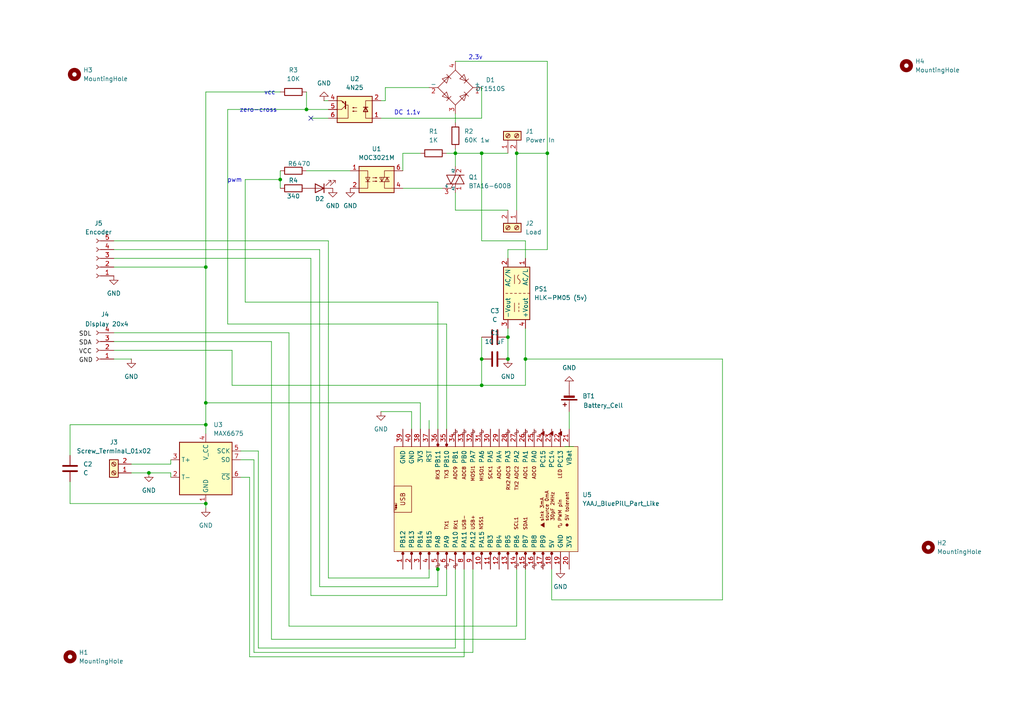
<source format=kicad_sch>
(kicad_sch (version 20231120) (generator "eeschema") (generator_version "8.0")
  (paper "A4")
  (lib_symbols
    (symbol "Connector:Conn_01x04_Socket" (pin_names (offset 1.016) hide)
      (property "Reference" "J" (at 0 5.08 0))
      (property "Value" "Conn_01x04_Socket" (at 0 -7.62 0))
      (symbol "Conn_01x04_Socket_1_1"
        (arc (start 0 -4.572) (mid -0.5058 -5.08) (end 0 -5.588) (stroke (width 0.1524)))
        (arc (start 0 -2.032) (mid -0.5058 -2.54) (end 0 -3.048) (stroke (width 0.1524)))
        (polyline (pts (xy -1.27 -5.08) (xy -0.508 -5.08)) (stroke (width 0.1524)))
        (polyline (pts (xy -1.27 -2.54) (xy -0.508 -2.54)) (stroke (width 0.1524)))
        (polyline (pts (xy -1.27 0) (xy -0.508 0)) (stroke (width 0.1524)))
        (polyline (pts (xy -1.27 2.54) (xy -0.508 2.54)) (stroke (width 0.1524)))
        (arc (start 0 0.508) (mid -0.5058 0) (end 0 -0.508) (stroke (width 0.1524)))
        (arc (start 0 3.048) (mid -0.5058 2.54) (end 0 2.032) (stroke (width 0.1524)))
        (pin passive line (at -5.08 2.54 0) (length 3.81) (name "Pin_1") (number "1"))
        (pin passive line (at -5.08 0 0) (length 3.81) (name "Pin_2") (number "2"))
        (pin passive line (at -5.08 -2.54 0) (length 3.81) (name "Pin_3") (number "3"))
        (pin passive line (at -5.08 -5.08 0) (length 3.81) (name "Pin_4") (number "4"))
      )
    )
    (symbol "Connector:Conn_01x05_Socket" (pin_names (offset 1.016) hide)
      (property "Reference" "J" (at 0 7.62 0))
      (property "Value" "Conn_01x05_Socket" (at 0 -7.62 0))
      (symbol "Conn_01x05_Socket_1_1"
        (arc (start 0 -4.572) (mid -0.5058 -5.08) (end 0 -5.588) (stroke (width 0.1524)))
        (arc (start 0 -2.032) (mid -0.5058 -2.54) (end 0 -3.048) (stroke (width 0.1524)))
        (polyline (pts (xy -1.27 -5.08) (xy -0.508 -5.08)) (stroke (width 0.1524)))
        (polyline (pts (xy -1.27 -2.54) (xy -0.508 -2.54)) (stroke (width 0.1524)))
        (polyline (pts (xy -1.27 0) (xy -0.508 0)) (stroke (width 0.1524)))
        (polyline (pts (xy -1.27 2.54) (xy -0.508 2.54)) (stroke (width 0.1524)))
        (polyline (pts (xy -1.27 5.08) (xy -0.508 5.08)) (stroke (width 0.1524)))
        (arc (start 0 0.508) (mid -0.5058 0) (end 0 -0.508) (stroke (width 0.1524)))
        (arc (start 0 3.048) (mid -0.5058 2.54) (end 0 2.032) (stroke (width 0.1524)))
        (arc (start 0 5.588) (mid -0.5058 5.08) (end 0 4.572) (stroke (width 0.1524)))
        (pin passive line (at -5.08 5.08 0) (length 3.81) (name "Pin_1") (number "1"))
        (pin passive line (at -5.08 2.54 0) (length 3.81) (name "Pin_2") (number "2"))
        (pin passive line (at -5.08 0 0) (length 3.81) (name "Pin_3") (number "3"))
        (pin passive line (at -5.08 -2.54 0) (length 3.81) (name "Pin_4") (number "4"))
        (pin passive line (at -5.08 -5.08 0) (length 3.81) (name "Pin_5") (number "5"))
      )
    )
    (symbol "Connector:Screw_Terminal_01x02" (pin_names (offset 1.016) hide)
      (property "Reference" "J" (at 0 2.54 0))
      (property "Value" "Screw_Terminal_01x02" (at 0 -5.08 0))
      (symbol "Screw_Terminal_01x02_1_1"
        (rectangle (start -1.27 1.27) (end 1.27 -3.81) (stroke (width 0.254)) (fill (type background)))
        (circle (center 0 -2.54) (radius 0.635) (stroke (width 0.1524)))
        (polyline (pts (xy -0.5334 -2.2098) (xy 0.3302 -3.048)) (stroke (width 0.1524)))
        (polyline (pts (xy -0.5334 0.3302) (xy 0.3302 -0.508)) (stroke (width 0.1524)))
        (polyline (pts (xy -0.3556 -2.032) (xy 0.508 -2.8702)) (stroke (width 0.1524)))
        (polyline (pts (xy -0.3556 0.508) (xy 0.508 -0.3302)) (stroke (width 0.1524)))
        (circle (center 0 0) (radius 0.635) (stroke (width 0.1524)))
        (pin passive line (at -5.08 0 0) (length 3.81) (name "Pin_1") (number "1"))
        (pin passive line (at -5.08 -2.54 0) (length 3.81) (name "Pin_2") (number "2"))
      )
    )
    (symbol "Converter_ACDC:HLK-PM03"
      (property "Reference" "PS" (at 0 5.08 0))
      (property "Value" "HLK-PM03" (at 0 -5.08 0))
      (symbol "HLK-PM03_0_1"
        (rectangle (start -7.62 3.81) (end 7.62 -3.81) (stroke (width 0.254)) (fill (type background)))
        (arc (start -5.334 0.635) (mid -4.699 0.2495) (end -4.064 0.635))
        (arc (start -2.794 0.635) (mid -3.429 1.0072) (end -4.064 0.635))
        (polyline (pts (xy -5.334 -0.635) (xy -2.794 -0.635)))
        (polyline (pts (xy 0 -2.54) (xy 0 -3.175)))
        (polyline (pts (xy 0 -1.27) (xy 0 -1.905)))
        (polyline (pts (xy 0 0) (xy 0 -0.635)))
        (polyline (pts (xy 0 1.27) (xy 0 0.635)))
        (polyline (pts (xy 0 2.54) (xy 0 1.905)))
        (polyline (pts (xy 0 3.81) (xy 0 3.175)))
        (polyline (pts (xy 2.794 -0.635) (xy 5.334 -0.635)))
        (polyline (pts (xy 2.794 0.635) (xy 3.302 0.635)))
        (polyline (pts (xy 3.81 0.635) (xy 4.318 0.635)))
        (polyline (pts (xy 4.826 0.635) (xy 5.334 0.635)))
      )
      (symbol "HLK-PM03_1_1"
        (pin power_in line (at -10.16 2.54 0) (length 2.54) (name "AC/L") (number "1"))
        (pin power_in line (at -10.16 -2.54 0) (length 2.54) (name "AC/N") (number "2"))
        (pin power_out line (at 10.16 -2.54 180) (length 2.54) (name "-Vout") (number "3"))
        (pin power_out line (at 10.16 2.54 180) (length 2.54) (name "+Vout") (number "4"))
      )
    )
    (symbol "Device:Battery_Cell" (pin_numbers hide) (pin_names (offset 0) hide)
      (property "Reference" "BT" (at 2.54 2.54 0))
      (property "Value" "Battery_Cell" (at 2.54 0 0))
      (symbol "Battery_Cell_0_1"
        (rectangle (start -2.286 1.778) (end 2.286 1.524) (fill (type outline)))
        (rectangle (start -1.524 1.016) (end 1.524 0.508) (fill (type outline)))
        (polyline (pts (xy 0 0.762) (xy 0 0)))
        (polyline (pts (xy 0 1.778) (xy 0 2.54)))
        (polyline (pts (xy 0.762 3.048) (xy 1.778 3.048)) (stroke (width 0.254)))
        (polyline (pts (xy 1.27 3.556) (xy 1.27 2.54)) (stroke (width 0.254)))
      )
      (symbol "Battery_Cell_1_1"
        (pin passive line (at 0 5.08 270) (length 2.54) (name "+") (number "1"))
        (pin passive line (at 0 -2.54 90) (length 2.54) (name "-") (number "2"))
      )
    )
    (symbol "Device:C" (pin_numbers hide) (pin_names (offset 0.254))
      (property "Reference" "C" (at 0.635 2.54 0))
      (property "Value" "C" (at 0.635 -2.54 0))
      (symbol "C_0_1"
        (polyline (pts (xy -2.032 -0.762) (xy 2.032 -0.762)) (stroke (width 0.508)))
        (polyline (pts (xy -2.032 0.762) (xy 2.032 0.762)) (stroke (width 0.508)))
      )
      (symbol "C_1_1"
        (pin passive line (at 0 3.81 270) (length 2.794) (name "~") (number "1"))
        (pin passive line (at 0 -3.81 90) (length 2.794) (name "~") (number "2"))
      )
    )
    (symbol "Device:LED" (pin_numbers hide) (pin_names (offset 1.016) hide)
      (property "Reference" "D" (at 0 2.54 0))
      (property "Value" "LED" (at 0 -2.54 0))
      (symbol "LED_0_1"
        (polyline (pts (xy -1.27 -1.27) (xy -1.27 1.27)) (stroke (width 0.254)))
        (polyline (pts (xy -1.27 0) (xy 1.27 0)))
        (polyline (pts (xy 1.27 -1.27) (xy 1.27 1.27) (xy -1.27 0) (xy 1.27 -1.27)) (stroke (width 0.254)))
        (polyline (pts (xy -3.048 -0.762) (xy -4.572 -2.286) (xy -3.81 -2.286) (xy -4.572 -2.286) (xy -4.572 -1.524)))
        (polyline (pts (xy -1.778 -0.762) (xy -3.302 -2.286) (xy -2.54 -2.286) (xy -3.302 -2.286) (xy -3.302 -1.524)))
      )
      (symbol "LED_1_1"
        (pin passive line (at -3.81 0 0) (length 2.54) (name "K") (number "1"))
        (pin passive line (at 3.81 0 180) (length 2.54) (name "A") (number "2"))
      )
    )
    (symbol "Device:R" (pin_numbers hide) (pin_names (offset 0))
      (property "Reference" "R" (at 2.032 0 90))
      (property "Value" "R" (at 0 0 90))
      (symbol "R_0_1"
        (rectangle (start -1.016 -2.54) (end 1.016 2.54) (stroke (width 0.254)))
      )
      (symbol "R_1_1"
        (pin passive line (at 0 3.81 270) (length 1.27) (name "~") (number "1"))
        (pin passive line (at 0 -3.81 90) (length 1.27) (name "~") (number "2"))
      )
    )
    (symbol "Diode_Bridge:DF01S1" (pin_names (offset 0))
      (property "Reference" "D" (at 2.54 6.985 0))
      (property "Value" "DF01S1" (at 2.54 5.08 0))
      (symbol "DF01S1_0_1"
        (polyline (pts (xy -2.54 3.81) (xy -1.27 2.54)))
        (polyline (pts (xy -1.27 -2.54) (xy -2.54 -3.81)))
        (polyline (pts (xy 2.54 -1.27) (xy 3.81 -2.54)))
        (polyline (pts (xy 2.54 1.27) (xy 3.81 2.54)))
        (polyline (pts (xy -3.81 2.54) (xy -2.54 1.27) (xy -1.905 3.175) (xy -3.81 2.54)))
        (polyline (pts (xy -2.54 -1.27) (xy -3.81 -2.54) (xy -1.905 -3.175) (xy -2.54 -1.27)))
        (polyline (pts (xy 1.27 2.54) (xy 2.54 3.81) (xy 3.175 1.905) (xy 1.27 2.54)))
        (polyline (pts (xy 3.175 -1.905) (xy 1.27 -2.54) (xy 2.54 -3.81) (xy 3.175 -1.905)))
        (polyline (pts (xy -5.08 0) (xy 0 -5.08) (xy 5.08 0) (xy 0 5.08) (xy -5.08 0)))
      )
      (symbol "DF01S1_1_1"
        (pin passive line (at 7.62 0 180) (length 2.54) (name "+") (number "1"))
        (pin passive line (at -7.62 0 0) (length 2.54) (name "-") (number "2"))
        (pin passive line (at 0 -7.62 90) (length 2.54) (name "~") (number "3"))
        (pin passive line (at 0 7.62 270) (length 2.54) (name "~") (number "4"))
      )
    )
    (symbol "GND_1" (power) (pin_numbers hide) (pin_names (offset 0) hide)
      (property "Value" "GND" (at 0 -3.81 0))
      (symbol "GND_1_0_1"
        (polyline (pts (xy 0 0) (xy 0 -1.27) (xy 1.27 -1.27) (xy 0 -2.54) (xy -1.27 -1.27) (xy 0 -1.27)))
      )
      (symbol "GND_1_1_1"
        (pin power_in line (at 0 0 270) (length 0) (name "~") (number "1"))
      )
    )
    (symbol "GND_2" (power) (pin_numbers hide) (pin_names (offset 0) hide)
      (property "Value" "GND" (at 0 -3.81 0))
      (symbol "GND_2_0_1"
        (polyline (pts (xy 0 0) (xy 0 -1.27) (xy 1.27 -1.27) (xy 0 -2.54) (xy -1.27 -1.27) (xy 0 -1.27)))
      )
      (symbol "GND_2_1_1"
        (pin power_in line (at 0 0 270) (length 0) (name "~") (number "1"))
      )
    )
    (symbol "GND_3" (power) (pin_numbers hide) (pin_names (offset 0) hide)
      (property "Value" "GND" (at 0 -3.81 0))
      (symbol "GND_3_0_1"
        (polyline (pts (xy 0 0) (xy 0 -1.27) (xy 1.27 -1.27) (xy 0 -2.54) (xy -1.27 -1.27) (xy 0 -1.27)))
      )
      (symbol "GND_3_1_1"
        (pin power_in line (at 0 0 270) (length 0) (name "~") (number "1"))
      )
    )
    (symbol "GND_4" (power) (pin_numbers hide) (pin_names (offset 0) hide)
      (property "Value" "GND" (at 0 -3.81 0))
      (symbol "GND_4_0_1"
        (polyline (pts (xy 0 0) (xy 0 -1.27) (xy 1.27 -1.27) (xy 0 -2.54) (xy -1.27 -1.27) (xy 0 -1.27)))
      )
      (symbol "GND_4_1_1"
        (pin power_in line (at 0 0 270) (length 0) (name "~") (number "1"))
      )
    )
    (symbol "GND_5" (power) (pin_numbers hide) (pin_names (offset 0) hide)
      (property "Value" "GND" (at 0 -3.81 0))
      (symbol "GND_5_0_1"
        (polyline (pts (xy 0 0) (xy 0 -1.27) (xy 1.27 -1.27) (xy 0 -2.54) (xy -1.27 -1.27) (xy 0 -1.27)))
      )
      (symbol "GND_5_1_1"
        (pin power_in line (at 0 0 270) (length 0) (name "~") (number "1"))
      )
    )
    (symbol "GND_6" (power) (pin_numbers hide) (pin_names (offset 0) hide)
      (property "Value" "GND" (at 0 -3.81 0))
      (symbol "GND_6_0_1"
        (polyline (pts (xy 0 0) (xy 0 -1.27) (xy 1.27 -1.27) (xy 0 -2.54) (xy -1.27 -1.27) (xy 0 -1.27)))
      )
      (symbol "GND_6_1_1"
        (pin power_in line (at 0 0 270) (length 0) (name "~") (number "1"))
      )
    )
    (symbol "GND_7" (power) (pin_numbers hide) (pin_names (offset 0) hide)
      (property "Value" "GND" (at 0 -3.81 0))
      (symbol "GND_7_0_1"
        (polyline (pts (xy 0 0) (xy 0 -1.27) (xy 1.27 -1.27) (xy 0 -2.54) (xy -1.27 -1.27) (xy 0 -1.27)))
      )
      (symbol "GND_7_1_1"
        (pin power_in line (at 0 0 270) (length 0) (name "~") (number "1"))
      )
    )
    (symbol "GND_8" (power) (pin_numbers hide) (pin_names (offset 0) hide)
      (property "Value" "GND" (at 0 -3.81 0))
      (symbol "GND_8_0_1"
        (polyline (pts (xy 0 0) (xy 0 -1.27) (xy 1.27 -1.27) (xy 0 -2.54) (xy -1.27 -1.27) (xy 0 -1.27)))
      )
      (symbol "GND_8_1_1"
        (pin power_in line (at 0 0 270) (length 0) (name "~") (number "1"))
      )
    )
    (symbol "Isolator:4N25" (pin_names (offset 1.016))
      (property "Reference" "U" (at -5.08 5.08 0))
      (property "Value" "4N25" (at 0 5.08 0))
      (symbol "4N25_0_1"
        (rectangle (start -5.08 3.81) (end 5.08 -3.81) (stroke (width 0.254)) (fill (type background)))
        (polyline (pts (xy -3.81 -0.635) (xy -2.54 -0.635)) (stroke (width 0.254)))
        (polyline (pts (xy 2.667 -1.397) (xy 3.81 -2.54)))
        (polyline (pts (xy 2.667 -1.143) (xy 3.81 0)))
        (polyline (pts (xy 3.81 -2.54) (xy 5.08 -2.54)))
        (polyline (pts (xy 3.81 0) (xy 5.08 0)))
        (polyline (pts (xy 2.667 -0.254) (xy 2.667 -2.286) (xy 2.667 -2.286)) (stroke (width 0.3556)))
        (polyline (pts (xy -5.08 -2.54) (xy -3.175 -2.54) (xy -3.175 2.54) (xy -5.08 2.54)))
        (polyline (pts (xy -3.175 -0.635) (xy -3.81 0.635) (xy -2.54 0.635) (xy -3.175 -0.635)) (stroke (width 0.254)))
        (polyline (pts (xy 3.683 -2.413) (xy 3.429 -1.905) (xy 3.175 -2.159) (xy 3.683 -2.413)))
        (polyline (pts (xy 5.08 2.54) (xy 1.905 2.54) (xy 1.905 -1.27) (xy 2.54 -1.27)))
        (polyline (pts (xy -0.635 -0.508) (xy 0.635 -0.508) (xy 0.254 -0.635) (xy 0.254 -0.381) (xy 0.635 -0.508)))
        (polyline (pts (xy -0.635 0.508) (xy 0.635 0.508) (xy 0.254 0.381) (xy 0.254 0.635) (xy 0.635 0.508)))
      )
      (symbol "4N25_1_1"
        (pin passive line (at -7.62 2.54 0) (length 2.54) (name "~") (number "1"))
        (pin passive line (at -7.62 -2.54 0) (length 2.54) (name "~") (number "2"))
        (pin no_connect line (at -5.08 0 0) (length 2.54) hide (name "NC") (number "3"))
        (pin passive line (at 7.62 -2.54 180) (length 2.54) (name "~") (number "4"))
        (pin passive line (at 7.62 0 180) (length 2.54) (name "~") (number "5"))
        (pin passive line (at 7.62 2.54 180) (length 2.54) (name "~") (number "6"))
      )
    )
    (symbol "Mechanical:MountingHole" (pin_names (offset 1.016)) (exclude_from_sim yes) (in_bom no)
      (property "Reference" "H" (at 0 5.08 0))
      (property "Value" "MountingHole" (at 0 3.175 0))
      (symbol "MountingHole_0_1"
        (circle (center 0 0) (radius 1.27) (stroke (width 1.27)))
      )
    )
    (symbol "Relay_SolidState:MOC3021M"
      (property "Reference" "U" (at -5.334 4.826 0))
      (property "Value" "MOC3021M" (at 0 5.08 0))
      (symbol "MOC3021M_0_1"
        (rectangle (start -5.08 3.81) (end 5.08 -3.81) (stroke (width 0.254)) (fill (type background)))
        (polyline (pts (xy -3.175 -0.635) (xy -1.905 -0.635)))
        (polyline (pts (xy 1.524 -0.635) (xy 1.524 0.635)))
        (polyline (pts (xy 3.048 0.635) (xy 3.048 -0.635)))
        (polyline (pts (xy 2.286 -0.635) (xy 2.286 -2.54) (xy 5.08 -2.54)))
        (polyline (pts (xy 2.286 0.635) (xy 2.286 2.54) (xy 5.08 2.54)))
        (polyline (pts (xy -5.08 2.54) (xy -2.54 2.54) (xy -2.54 -2.54) (xy -5.08 -2.54)))
        (polyline (pts (xy -2.54 -0.635) (xy -3.175 0.635) (xy -1.905 0.635) (xy -2.54 -0.635)))
        (polyline (pts (xy 0.889 -0.635) (xy 3.683 -0.635) (xy 3.048 0.635) (xy 2.413 -0.635)))
        (polyline (pts (xy 3.683 0.635) (xy 0.889 0.635) (xy 1.524 -0.635) (xy 2.159 0.635)))
        (polyline (pts (xy -1.143 -0.508) (xy 0.127 -0.508) (xy -0.254 -0.635) (xy -0.254 -0.381) (xy 0.127 -0.508)))
        (polyline (pts (xy -1.143 0.508) (xy 0.127 0.508) (xy -0.254 0.381) (xy -0.254 0.635) (xy 0.127 0.508)))
      )
      (symbol "MOC3021M_1_1"
        (pin passive line (at -7.62 2.54 0) (length 2.54) (name "~") (number "1"))
        (pin passive line (at -7.62 -2.54 0) (length 2.54) (name "~") (number "2"))
        (pin no_connect line (at -5.08 0 0) (length 2.54) hide (name "NC") (number "3"))
        (pin passive line (at 7.62 -2.54 180) (length 2.54) (name "~") (number "4"))
        (pin no_connect line (at 5.08 0 180) (length 2.54) hide (name "NC") (number "5"))
        (pin passive line (at 7.62 2.54 180) (length 2.54) (name "~") (number "6"))
      )
    )
    (symbol "STM32_Pills:YAAJ_BluePill_Part_Like" (pin_names (offset 1.016))
      (property "Reference" "U" (at -12.7 25.4 0))
      (property "Value" "YAAJ_BluePill_Part_Like" (at 0 2.54 90))
      (symbol "YAAJ_BluePill_Part_Like_0_0"
        (circle (center -15.748 -20.32) (radius 0.3556) (fill (type outline)))
        (circle (center -15.748 -17.78) (radius 0.3556) (fill (type outline)))
        (circle (center -15.748 -15.24) (radius 0.3556) (fill (type outline)))
        (circle (center -15.748 -12.7) (radius 0.3556) (fill (type outline)))
        (circle (center -15.748 -10.16) (radius 0.3556) (fill (type outline)))
        (circle (center -15.748 -7.62) (radius 0.3556) (fill (type outline)))
        (circle (center -15.748 -5.08) (radius 0.3556) (fill (type outline)))
        (circle (center -15.748 -2.54) (radius 0.3556) (fill (type outline)))
        (circle (center -15.748 0) (radius 0.3556) (fill (type outline)))
        (circle (center -15.748 2.54) (radius 0.3556) (fill (type outline)))
        (circle (center -15.748 5.08) (radius 0.3556) (fill (type outline)))
        (circle (center -15.748 7.62) (radius 0.3556) (fill (type outline)))
        (circle (center -15.748 10.16) (radius 0.3556) (fill (type outline)))
        (circle (center -15.748 12.7) (radius 0.3556) (fill (type outline)))
        (circle (center -15.748 15.24) (radius 0.3556) (fill (type outline)))
        (circle (center -15.748 17.78) (radius 0.3556) (fill (type outline)))
        (circle (center -15.748 22.86) (radius 0.3556) (fill (type outline)))
        (circle (center -7.493 -24.765) (radius 0.127) (fill (type outline)))
        (circle (center -7.493 -24.765) (radius 0.254))
        (circle (center -7.493 -24.765) (radius 0.3556))
        (polyline (pts (xy -8.128 -18.161) (xy -7.493 -17.145) (xy -6.858 -18.161) (xy -8.128 -18.161) (xy -7.493 -17.272) (xy -6.985 -18.161) (xy -8.001 -18.034) (xy -7.493 -17.399) (xy -7.112 -18.161) (xy -7.874 -17.907) (xy -7.366 -17.526) (xy -7.239 -18.161) (xy -7.747 -17.78) (xy -7.239 -17.653) (xy -7.366 -18.034) (xy -7.62 -17.78) (xy -7.366 -17.907) (xy -7.493 -17.653)))
        (polyline (pts (xy 18.415 -23.241) (xy 19.05 -22.225) (xy 19.685 -23.241) (xy 18.415 -23.241) (xy 19.05 -22.352) (xy 19.558 -23.241) (xy 18.542 -23.114) (xy 19.05 -22.479) (xy 19.431 -23.241) (xy 18.669 -22.987) (xy 19.177 -22.606) (xy 19.304 -23.241) (xy 18.796 -22.86) (xy 19.304 -22.733) (xy 19.177 -23.114) (xy 18.923 -22.86) (xy 19.177 -22.987) (xy 19.05 -22.733)))
        (polyline (pts (xy 18.415 -20.701) (xy 19.05 -19.685) (xy 19.685 -20.701) (xy 18.415 -20.701) (xy 19.05 -19.812) (xy 19.558 -20.701) (xy 18.542 -20.574) (xy 19.05 -19.939) (xy 19.431 -20.701) (xy 18.669 -20.447) (xy 19.177 -20.066) (xy 19.304 -20.701) (xy 18.796 -20.32) (xy 19.304 -20.193) (xy 19.177 -20.574) (xy 18.923 -20.32) (xy 19.177 -20.447) (xy 19.05 -20.193)))
        (polyline (pts (xy 18.415 -18.161) (xy 19.05 -17.145) (xy 19.685 -18.161) (xy 18.415 -18.161) (xy 19.05 -17.272) (xy 19.558 -18.161) (xy 18.542 -18.034) (xy 19.05 -17.399) (xy 19.431 -18.161) (xy 18.669 -17.907) (xy 19.177 -17.526) (xy 19.304 -18.161) (xy 18.796 -17.78) (xy 19.304 -17.653) (xy 19.177 -18.034) (xy 18.923 -17.78) (xy 19.177 -17.907) (xy 19.05 -17.653)))
        (circle (center 15.748 10.16) (radius 0.254) (fill (type outline)))
        (circle (center 15.748 10.16) (radius 0.3556))
        (circle (center 15.748 12.7) (radius 0.254) (fill (type outline)))
        (circle (center 15.748 12.7) (radius 0.3556))
        (text "30pF 2MHz" (at -2.032 -20.574 0) (effects (font (size 0.9906 0.9906))))
        (text "5V tolerant" (at -2.032 -24.765 0) (effects (font (size 0.9906 0.9906))))
        (text "ADC0" (at 7.747 -15.24 0) (effects (font (size 0.9906 0.9906))))
        (text "ADC1" (at 7.747 -12.7 0) (effects (font (size 0.9906 0.9906))))
        (text "ADC2" (at 7.747 -10.16 0) (effects (font (size 0.9906 0.9906))))
        (text "ADC3" (at 7.747 -7.747 0) (effects (font (size 0.9906 0.9906))))
        (text "ADC4" (at 7.747 -5.08 0) (effects (font (size 0.9906 0.9906))))
        (text "ADC8" (at 7.62 5.08 0) (effects (font (size 0.9906 0.9906))))
        (text "ADC9" (at 7.62 7.62 0) (effects (font (size 0.9906 0.9906))))
        (text "LED" (at 7.366 -22.733 0) (effects (font (size 0.9906 0.9906))))
        (text "MISO1" (at 7.493 0 0) (effects (font (size 0.9906 0.9906))))
        (text "MOSI1" (at 7.493 2.54 0) (effects (font (size 0.9906 0.9906))))
        (text "NSS1" (at -6.858 0.127 0) (effects (font (size 0.9906 0.9906))))
        (text "PWM pin" (at -3.175 -22.733 0) (effects (font (size 0.9906 0.9906))))
        (text "RX1" (at -7.366 7.493 0) (effects (font (size 0.9906 0.9906))))
        (text "RX2" (at 4.064 -7.747 0) (effects (font (size 0.9906 0.9906))))
        (text "RX3" (at 7.112 12.7 0) (effects (font (size 0.9906 0.9906))))
        (text "SCK1" (at 7.747 -2.54 0) (effects (font (size 0.9906 0.9906))))
        (text "SCL1" (at -6.985 -10.033 0) (effects (font (size 0.9906 0.9906))))
        (text "SDA1" (at -6.985 -12.7 0) (effects (font (size 0.9906 0.9906))))
        (text "sink 3mA" (at -2.921 -17.526 0) (effects (font (size 0.9906 0.9906))))
        (text "source 0mA" (at -1.905 -18.923 0) (effects (font (size 0.9906 0.9906))))
        (text "TX1" (at -7.493 10.16 0) (effects (font (size 0.9906 0.9906))))
        (text "TX2" (at 3.937 -10.16 0) (effects (font (size 0.9906 0.9906))))
        (text "TX3" (at 7.239 10.16 0) (effects (font (size 0.9906 0.9906))))
        (text "USB" (at 0 22.86 0) (effects (font (size 1.27 1.27))))
        (text "USB+" (at -6.731 2.54 0) (effects (font (size 0.9906 0.9906))))
        (text "USB-" (at -6.731 5.08 0) (effects (font (size 0.9906 0.9906))))
        (text "Y@@J" (at -2.159 24.892 0) (effects (font (size 0.508 0.508))))
      )
      (symbol "YAAJ_BluePill_Part_Like_0_1"
        (rectangle (start -15.24 25.4) (end 15.24 -27.94) (fill (type background)))
        (polyline (pts (xy -18.796 -17.78) (xy -18.796 -18.288) (xy -19.304 -18.288) (xy -19.304 -17.272) (xy -19.812 -17.272) (xy -19.812 -17.78)))
        (polyline (pts (xy -18.796 -15.24) (xy -18.796 -15.748) (xy -19.304 -15.748) (xy -19.304 -14.732) (xy -19.812 -14.732) (xy -19.812 -15.24)))
        (polyline (pts (xy -18.796 -12.7) (xy -18.796 -13.208) (xy -19.304 -13.208) (xy -19.304 -12.192) (xy -19.812 -12.192) (xy -19.812 -12.7)))
        (polyline (pts (xy -18.796 -10.16) (xy -18.796 -10.668) (xy -19.304 -10.668) (xy -19.304 -9.652) (xy -19.812 -9.652) (xy -19.812 -10.16)))
        (polyline (pts (xy -18.796 7.62) (xy -18.796 7.112) (xy -19.304 7.112) (xy -19.304 8.128) (xy -19.812 8.128) (xy -19.812 7.62)))
        (polyline (pts (xy -18.796 10.16) (xy -18.796 9.652) (xy -19.304 9.652) (xy -19.304 10.668) (xy -19.812 10.668) (xy -19.812 10.16)))
        (polyline (pts (xy -18.796 12.7) (xy -18.796 12.192) (xy -19.304 12.192) (xy -19.304 13.208) (xy -19.812 13.208) (xy -19.812 12.7)))
        (polyline (pts (xy -7.112 -22.733) (xy -7.112 -23.241) (xy -7.62 -23.241) (xy -7.62 -22.225) (xy -8.128 -22.225) (xy -8.128 -22.733)))
        (polyline (pts (xy 19.812 -15.24) (xy 19.812 -15.748) (xy 19.304 -15.748) (xy 19.304 -14.732) (xy 18.796 -14.732) (xy 18.796 -15.24)))
        (polyline (pts (xy 19.812 -12.7) (xy 19.812 -13.208) (xy 19.304 -13.208) (xy 19.304 -12.192) (xy 18.796 -12.192) (xy 18.796 -12.7)))
        (polyline (pts (xy 19.812 -10.16) (xy 19.812 -10.668) (xy 19.304 -10.668) (xy 19.304 -9.652) (xy 18.796 -9.652) (xy 18.796 -10.16)))
        (polyline (pts (xy 19.812 -7.62) (xy 19.812 -8.128) (xy 19.304 -8.128) (xy 19.304 -7.112) (xy 18.796 -7.112) (xy 18.796 -7.62)))
        (polyline (pts (xy 19.812 0) (xy 19.812 -0.508) (xy 19.304 -0.508) (xy 19.304 0.508) (xy 18.796 0.508) (xy 18.796 0)))
        (polyline (pts (xy 19.812 2.54) (xy 19.812 2.032) (xy 19.304 2.032) (xy 19.304 3.048) (xy 18.796 3.048) (xy 18.796 2.54)))
        (polyline (pts (xy 19.812 5.08) (xy 19.812 4.572) (xy 19.304 4.572) (xy 19.304 5.588) (xy 18.796 5.588) (xy 18.796 5.08)))
        (polyline (pts (xy 19.812 7.62) (xy 19.812 7.112) (xy 19.304 7.112) (xy 19.304 8.128) (xy 18.796 8.128) (xy 18.796 7.62)))
        (rectangle (start 3.81 25.4) (end -3.81 20.32))
      )
      (symbol "YAAJ_BluePill_Part_Like_1_1"
        (circle (center -15.748 20.32) (radius 0.3556) (fill (type outline)))
        (pin bidirectional line (at -20.32 22.86 0) (length 5.08) (name "PB12") (number "1"))
        (pin bidirectional line (at -20.32 0 0) (length 5.08) (name "PA15") (number "10"))
        (pin bidirectional line (at -20.32 -2.54 0) (length 5.08) (name "PB3") (number "11"))
        (pin bidirectional line (at -20.32 -5.08 0) (length 5.08) (name "PB4") (number "12"))
        (pin bidirectional line (at -20.32 -7.62 0) (length 5.08) (name "PB5") (number "13"))
        (pin bidirectional line (at -20.32 -10.16 0) (length 5.08) (name "PB6") (number "14"))
        (pin bidirectional line (at -20.32 -12.7 0) (length 5.08) (name "PB7") (number "15"))
        (pin bidirectional line (at -20.32 -15.24 0) (length 5.08) (name "PB8") (number "16"))
        (pin bidirectional line (at -20.32 -17.78 0) (length 5.08) (name "PB9") (number "17"))
        (pin power_in line (at -20.32 -20.32 0) (length 5.08) (name "5V") (number "18"))
        (pin power_in line (at -20.32 -22.86 0) (length 5.08) (name "GND") (number "19"))
        (pin bidirectional line (at -20.32 20.32 0) (length 5.08) (name "PB13") (number "2"))
        (pin power_in line (at -20.32 -25.4 0) (length 5.08) (name "3V3") (number "20"))
        (pin power_in line (at 20.32 -25.4 180) (length 5.08) (name "VBat") (number "21"))
        (pin bidirectional line (at 20.32 -22.86 180) (length 5.08) (name "PC13") (number "22"))
        (pin bidirectional line (at 20.32 -20.32 180) (length 5.08) (name "PC14") (number "23"))
        (pin bidirectional line (at 20.32 -17.78 180) (length 5.08) (name "PC15") (number "24"))
        (pin bidirectional line (at 20.32 -15.24 180) (length 5.08) (name "PA0") (number "25"))
        (pin bidirectional line (at 20.32 -12.7 180) (length 5.08) (name "PA1") (number "26"))
        (pin bidirectional line (at 20.32 -10.16 180) (length 5.08) (name "PA2") (number "27"))
        (pin bidirectional line (at 20.32 -7.62 180) (length 5.08) (name "PA3") (number "28"))
        (pin bidirectional line (at 20.32 -5.08 180) (length 5.08) (name "PA4") (number "29"))
        (pin bidirectional line (at -20.32 17.78 0) (length 5.08) (name "PB14") (number "3"))
        (pin bidirectional line (at 20.32 -2.54 180) (length 5.08) (name "PA5") (number "30"))
        (pin bidirectional line (at 20.32 0 180) (length 5.08) (name "PA6") (number "31"))
        (pin bidirectional line (at 20.32 2.54 180) (length 5.08) (name "PA7") (number "32"))
        (pin bidirectional line (at 20.32 5.08 180) (length 5.08) (name "PB0") (number "33"))
        (pin bidirectional line (at 20.32 7.62 180) (length 5.08) (name "PB1") (number "34"))
        (pin bidirectional line (at 20.32 10.16 180) (length 5.08) (name "PB10") (number "35"))
        (pin bidirectional line (at 20.32 12.7 180) (length 5.08) (name "PB11") (number "36"))
        (pin input line (at 20.32 15.24 180) (length 5.08) (name "RST") (number "37"))
        (pin power_in line (at 20.32 17.78 180) (length 5.08) (name "3V3") (number "38"))
        (pin power_in line (at 20.32 22.86 180) (length 5.08) (name "GND") (number "39"))
        (pin bidirectional line (at -20.32 15.24 0) (length 5.08) (name "PB15") (number "4"))
        (pin power_in line (at 20.32 20.32 180) (length 5.08) (name "GND") (number "40"))
        (pin bidirectional line (at -20.32 12.7 0) (length 5.08) (name "PA8") (number "5"))
        (pin bidirectional line (at -20.32 10.16 0) (length 5.08) (name "PA9") (number "6"))
        (pin bidirectional line (at -20.32 7.62 0) (length 5.08) (name "PA10") (number "7"))
        (pin bidirectional line (at -20.32 5.08 0) (length 5.08) (name "PA11") (number "8"))
        (pin bidirectional line (at -20.32 2.54 0) (length 5.08) (name "PA12") (number "9"))
      )
    )
    (symbol "Sensor_Temperature:MAX31855EASA"
      (property "Reference" "U" (at -7.62 8.89 0))
      (property "Value" "MAX31855EASA" (at 1.27 8.89 0))
      (symbol "MAX31855EASA_0_1"
        (rectangle (start -7.62 7.62) (end 7.62 -7.62) (stroke (width 0.254)) (fill (type background)))
      )
      (symbol "MAX31855EASA_1_1"
        (pin power_in line (at 0 -10.16 90) (length 2.54) (name "GND") (number "1"))
        (pin passive line (at -10.16 -2.54 0) (length 2.54) (name "T-") (number "2"))
        (pin passive line (at -10.16 2.54 0) (length 2.54) (name "T+") (number "3"))
        (pin power_in line (at 0 10.16 270) (length 2.54) (name "V_CC") (number "4"))
        (pin input line (at 10.16 5.08 180) (length 2.54) (name "SCK") (number "5"))
        (pin input line (at 10.16 -2.54 180) (length 2.54) (name "~{CS}") (number "6"))
        (pin tri_state line (at 10.16 2.54 180) (length 2.54) (name "SO") (number "7"))
      )
    )
    (symbol "Triac_Thyristor:BTA16-600B" (pin_names (offset 0))
      (property "Reference" "Q" (at 5.08 1.905 0))
      (property "Value" "BTA16-600B" (at 5.08 0 0))
      (symbol "BTA16-600B_0_1"
        (polyline (pts (xy -2.54 -1.27) (xy 2.54 -1.27)) (stroke (width 0.2032)))
        (polyline (pts (xy -2.54 1.27) (xy 2.54 1.27)) (stroke (width 0.2032)))
        (polyline (pts (xy -1.27 -2.54) (xy -0.635 -1.27)))
        (polyline (pts (xy -2.54 1.27) (xy -1.27 -1.27) (xy 0 1.27)) (stroke (width 0.2032)))
        (polyline (pts (xy 0 -1.27) (xy 1.27 1.27) (xy 2.54 -1.27)) (stroke (width 0.2032)))
      )
      (symbol "BTA16-600B_1_1"
        (pin passive line (at 0 -3.81 90) (length 2.54) (name "A1") (number "1"))
        (pin passive line (at 0 3.81 270) (length 2.54) (name "A2") (number "2"))
        (pin input line (at -3.81 -2.54 0) (length 2.54) (name "G") (number "3"))
      )
    )
    (symbol "power:GND" (power) (pin_names (offset 0))
      (property "Value" "GND" (at 0 -3.81 0))
      (symbol "GND_0_1"
        (polyline (pts (xy 0 0) (xy 0 -1.27) (xy 1.27 -1.27) (xy 0 -2.54) (xy -1.27 -1.27) (xy 0 -1.27)))
      )
      (symbol "GND_1_1"
        (pin power_in line (at 0 0 270) (length 0) hide (name "GND") (number "1"))
      )
    )
  )
  (junction (at 59.69 116.84))
  (junction (at 59.69 77.47))
  (junction (at 127 165.1))
  (junction (at 152.4 104.14))
  (junction (at 81.28 52.07))
  (junction (at 147.32 104.14))
  (junction (at 43.18 137.16))
  (junction (at 139.7 44.45))
  (junction (at 149.86 44.45))
  (junction (at 59.69 123.19))
  (junction (at 88.9 31.75))
  (junction (at 59.69 146.05))
  (junction (at 139.7 104.14))
  (junction (at 158.75 44.45))
  (junction (at 147.32 97.79))
  (junction (at 139.7 111.76))
  (junction (at 132.08 44.45))
  (no_connect (at 90.17 34.29))
  (wire (pts (xy 43.18 137.16) (xy 49.53 137.16)))
  (wire (pts (xy 127 165.1) (xy 127 170.18)))
  (wire (pts (xy 152.4 104.14) (xy 152.4 111.76)))
  (wire (pts (xy 59.69 116.84) (xy 59.69 123.19)))
  (wire (pts (xy 81.28 26.67) (xy 59.69 26.67)))
  (wire (pts (xy 33.02 69.85) (xy 95.25 69.85)))
  (wire (pts (xy 111.76 29.21) (xy 111.76 25.4)))
  (wire (pts (xy 88.9 31.75) (xy 95.25 31.75)))
  (wire (pts (xy 66.04 31.75) (xy 88.9 31.75)))
  (wire (pts (xy 83.82 181.61) (xy 149.86 181.61)))
  (wire (pts (xy 132.08 44.45) (xy 132.08 48.26)))
  (wire (pts (xy 78.74 185.42) (xy 152.4 185.42)))
  (wire (pts (xy 38.1 137.16) (xy 43.18 137.16)))
  (wire (pts (xy 66.04 93.98) (xy 129.54 93.98)))
  (wire (pts (xy 147.32 95.25) (xy 147.32 97.79)))
  (wire (pts (xy 20.32 123.19) (xy 59.69 123.19)))
  (wire (pts (xy 149.86 44.45) (xy 158.75 44.45)))
  (wire (pts (xy 74.93 187.96) (xy 132.08 187.96)))
  (wire (pts (xy 158.75 17.78) (xy 132.08 17.78)))
  (wire (pts (xy 88.9 49.53) (xy 101.6 49.53)))
  (wire (pts (xy 139.7 104.14) (xy 139.7 111.76)))
  (wire (pts (xy 132.08 187.96) (xy 132.08 165.1)))
  (wire (pts (xy 81.28 49.53) (xy 81.28 52.07)))
  (wire (pts (xy 209.55 104.14) (xy 209.55 173.99)))
  (wire (pts (xy 95.25 167.64) (xy 124.46 167.64)))
  (wire (pts (xy 33.02 72.39) (xy 92.71 72.39)))
  (wire (pts (xy 73.66 189.23) (xy 137.16 189.23)))
  (wire (pts (xy 72.39 138.43) (xy 72.39 190.5)))
  (wire (pts (xy 92.71 170.18) (xy 127 170.18)))
  (wire (pts (xy 38.1 134.62) (xy 49.53 134.62)))
  (wire (pts (xy 90.17 34.29) (xy 95.25 34.29)))
  (wire (pts (xy 33.02 77.47) (xy 59.69 77.47)))
  (wire (pts (xy 147.32 74.93) (xy 147.32 72.39)))
  (wire (pts (xy 152.4 95.25) (xy 152.4 104.14)))
  (wire (pts (xy 110.49 34.29) (xy 139.7 34.29)))
  (wire (pts (xy 33.02 74.93) (xy 90.17 74.93)))
  (wire (pts (xy 139.7 44.45) (xy 139.7 69.85)))
  (wire (pts (xy 73.66 133.35) (xy 73.66 189.23)))
  (wire (pts (xy 158.75 44.45) (xy 158.75 17.78)))
  (wire (pts (xy 160.02 165.1) (xy 160.02 173.99)))
  (wire (pts (xy 69.85 130.81) (xy 74.93 130.81)))
  (wire (pts (xy 110.49 119.38) (xy 119.38 119.38)))
  (wire (pts (xy 83.82 96.52) (xy 33.02 96.52)))
  (wire (pts (xy 152.4 165.1) (xy 152.4 185.42)))
  (wire (pts (xy 90.17 74.93) (xy 90.17 172.72)))
  (wire (pts (xy 20.32 139.7) (xy 20.32 146.05)))
  (wire (pts (xy 132.08 43.18) (xy 132.08 44.45)))
  (wire (pts (xy 134.62 165.1) (xy 134.62 190.5)))
  (wire (pts (xy 165.1 124.46) (xy 165.1 119.38)))
  (wire (pts (xy 127 87.63) (xy 127 124.46)))
  (wire (pts (xy 147.32 72.39) (xy 158.75 72.39)))
  (wire (pts (xy 166.37 129.54) (xy 163.83 129.54)))
  (wire (pts (xy 49.53 137.16) (xy 49.53 138.43)))
  (wire (pts (xy 111.76 25.4) (xy 124.46 25.4)))
  (wire (pts (xy 152.4 111.76) (xy 139.7 111.76)))
  (wire (pts (xy 72.39 190.5) (xy 134.62 190.5)))
  (wire (pts (xy 139.7 34.29) (xy 139.7 25.4)))
  (wire (pts (xy 95.25 69.85) (xy 95.25 167.64)))
  (wire (pts (xy 129.54 172.72) (xy 129.54 165.1)))
  (wire (pts (xy 121.92 116.84) (xy 121.92 124.46)))
  (wire (pts (xy 116.84 54.61) (xy 128.27 54.61)))
  (wire (pts (xy 74.93 130.81) (xy 74.93 187.96)))
  (wire (pts (xy 121.92 44.45) (xy 116.84 44.45)))
  (wire (pts (xy 137.16 189.23) (xy 137.16 165.1)))
  (wire (pts (xy 132.08 55.88) (xy 132.08 60.96)))
  (wire (pts (xy 110.49 29.21) (xy 111.76 29.21)))
  (wire (pts (xy 78.74 185.42) (xy 78.74 99.06)))
  (wire (pts (xy 88.9 26.67) (xy 88.9 31.75)))
  (wire (pts (xy 59.69 26.67) (xy 59.69 77.47)))
  (wire (pts (xy 49.53 134.62) (xy 49.53 133.35)))
  (wire (pts (xy 78.74 99.06) (xy 33.02 99.06)))
  (wire (pts (xy 93.98 29.21) (xy 95.25 29.21)))
  (wire (pts (xy 66.04 31.75) (xy 66.04 93.98)))
  (wire (pts (xy 139.7 111.76) (xy 67.31 111.76)))
  (wire (pts (xy 59.69 77.47) (xy 59.69 116.84)))
  (wire (pts (xy 33.02 101.6) (xy 67.31 101.6)))
  (wire (pts (xy 59.69 147.32) (xy 59.69 146.05)))
  (wire (pts (xy 71.12 52.07) (xy 81.28 52.07)))
  (wire (pts (xy 147.32 97.79) (xy 147.32 104.14)))
  (wire (pts (xy 81.28 52.07) (xy 81.28 54.61)))
  (wire (pts (xy 139.7 97.79) (xy 139.7 104.14)))
  (wire (pts (xy 139.7 44.45) (xy 132.08 44.45)))
  (wire (pts (xy 59.69 123.19) (xy 59.69 125.73)))
  (wire (pts (xy 71.12 52.07) (xy 71.12 87.63)))
  (wire (pts (xy 67.31 101.6) (xy 67.31 111.76)))
  (wire (pts (xy 132.08 60.96) (xy 147.32 60.96)))
  (wire (pts (xy 152.4 104.14) (xy 209.55 104.14)))
  (wire (pts (xy 127 163.83) (xy 127 165.1)))
  (wire (pts (xy 132.08 33.02) (xy 132.08 35.56)))
  (wire (pts (xy 147.32 44.45) (xy 139.7 44.45)))
  (wire (pts (xy 92.71 72.39) (xy 92.71 170.18)))
  (wire (pts (xy 124.46 124.46) (xy 124.46 121.92)))
  (wire (pts (xy 149.86 181.61) (xy 149.86 165.1)))
  (wire (pts (xy 20.32 146.05) (xy 59.69 146.05)))
  (wire (pts (xy 149.86 44.45) (xy 149.86 60.96)))
  (wire (pts (xy 71.12 87.63) (xy 127 87.63)))
  (wire (pts (xy 90.17 172.72) (xy 129.54 172.72)))
  (wire (pts (xy 139.7 69.85) (xy 152.4 69.85)))
  (wire (pts (xy 119.38 124.46) (xy 119.38 119.38)))
  (wire (pts (xy 129.54 93.98) (xy 129.54 124.46)))
  (wire (pts (xy 20.32 132.08) (xy 20.32 123.19)))
  (wire (pts (xy 83.82 181.61) (xy 83.82 96.52)))
  (wire (pts (xy 152.4 69.85) (xy 152.4 74.93)))
  (wire (pts (xy 124.46 167.64) (xy 124.46 165.1)))
  (wire (pts (xy 33.02 104.14) (xy 38.1 104.14)))
  (wire (pts (xy 69.85 138.43) (xy 72.39 138.43)))
  (wire (pts (xy 69.85 133.35) (xy 73.66 133.35)))
  (wire (pts (xy 160.02 173.99) (xy 209.55 173.99)))
  (wire (pts (xy 121.92 116.84) (xy 59.69 116.84)))
  (wire (pts (xy 129.54 44.45) (xy 132.08 44.45)))
  (wire (pts (xy 158.75 44.45) (xy 158.75 72.39)))
  (wire (pts (xy 116.84 44.45) (xy 116.84 49.53)))
  (text "pwm" (at 68.072 52.324 0) (effects (font (size 1.27 1.27))))
  (text "DC 1.1v" (at 118.11 32.766 0) (effects (font (size 1.27 1.27))))
  (text "vcc " (at 78.74 26.924 0) (effects (font (size 1.27 1.27))))
  (text "2.3v" (at 137.922 16.764 0) (effects (font (size 1.27 1.27))))
  (text "zero-cross" (at 74.93 32.004 0) (effects (font (size 1.27 1.27))))
  (label "SDA" (at 22.86 100.33 0))
  (label "SDL" (at 22.86 97.79 0))
  (label "GND" (at 22.86 105.41 0))
  (label "VCC" (at 22.86 102.87 0))
  (symbol (lib_id "Device:R") (at 85.09 54.61 270) (unit 1)
    (property "Reference" "R4" (at 85.09 52.324 90))
    (property "Value" "340" (at 85.09 56.896 90))
    (property "Footprint" "Resistor_SMD:R_1206_3216Metric" (effects (hide yes)))
    (property "Description" "Resistor" (effects (hide yes)))
  )
  (symbol (lib_id "power:GND") (at 59.69 147.32 0) (unit 1)
    (property "Reference" "#PWR04" (effects (hide yes)))
    (property "Value" "GND" (at 59.69 152.4 0))
    (property "Description" "Power symbol creates a global label with name \"GND\" , ground" (effects (hide yes)))
  )
  (symbol (lib_id "Device:R") (at 85.09 26.67 270) (unit 1)
    (property "Reference" "R3" (at 85.09 20.32 90))
    (property "Value" "10K" (at 85.09 22.86 90))
    (property "Footprint" "Resistor_SMD:R_1206_3216Metric" (effects (hide yes)))
    (property "Description" "Resistor" (effects (hide yes)))
  )
  (symbol (lib_id "power:GND") (at 147.32 104.14 0) (unit 1)
    (property "Reference" "#PWR02" (effects (hide yes)))
    (property "Value" "GND" (at 147.32 109.22 0))
    (property "Description" "Power symbol creates a global label with name \"GND\" , ground" (effects (hide yes)))
  )
  (symbol (lib_id "Device:R") (at 85.09 49.53 270) (unit 1)
    (property "Reference" "R6" (at 84.836 47.498 90))
    (property "Value" "470" (at 88.138 47.498 90))
    (property "Footprint" "Resistor_SMD:R_1206_3216Metric" (effects (hide yes)))
  )
  (symbol (lib_name "GND_4") (lib_id "power:GND") (at 43.18 137.16 0) (unit 1)
    (property "Reference" "#PWR07" (effects (hide yes)))
    (property "Value" "GND" (at 43.18 142.24 0))
    (property "Description" "Power symbol creates a global label with name \"GND\" , ground" (effects (hide yes)))
  )
  (symbol (lib_id "Device:C") (at 20.32 135.89 0) (unit 1)
    (property "Reference" "C2" (at 24.13 134.6199 0) (effects (justify left)))
    (property "Value" "C" (at 24.13 137.1599 0) (effects (justify left)))
    (property "Footprint" "Capacitor_SMD:C_0603_1608Metric" (effects (hide yes)))
    (property "Description" "Unpolarized capacitor" (effects (hide yes)))
  )
  (symbol (lib_id "Connector:Screw_Terminal_01x02") (at 147.32 39.37 90) (unit 1)
    (property "Reference" "J1" (at 152.4 38.1 90) (effects (justify right)))
    (property "Value" "Power In" (at 152.4 40.64 90) (effects (justify right)))
    (property "Footprint" "TerminalBlock:TerminalBlock_MaiXu_MX126-5.0-02P_1x02_P5.00mm" (effects (hide yes)))
  )
  (symbol (lib_id "Device:LED") (at 92.71 54.61 180) (unit 1)
    (property "Reference" "D2" (at 92.71 57.658 0))
    (property "Value" "LED" (effects (hide yes)))
    (property "Footprint" "LED_THT:LED_D3.0mm" (effects (hide yes)))
    (property "Description" "Light emitting diode" (effects (hide yes)))
  )
  (symbol (lib_id "Connector:Screw_Terminal_01x02") (at 33.02 137.16 180) (unit 1)
    (property "Reference" "J3" (at 33.02 128.27 0))
    (property "Value" "Screw_Terminal_01x02" (at 33.02 130.81 0))
    (property "Footprint" "Connector_Phoenix_GMSTB:PhoenixContact_GMSTBVA_2,5_2-G-7,62_1x02_P7.62mm_Vertical" (effects (hide yes)))
    (property "Description" "Generic screw terminal, single row, 01x02, script generated (kicad-library-utils/schlib/autogen/connector/)" (effects (hide yes)))
  )
  (symbol (lib_name "GND_1") (lib_id "power:GND") (at 96.52 54.61 0) (unit 1)
    (property "Reference" "#PWR01" (effects (hide yes)))
    (property "Value" "GND" (at 96.52 59.69 0))
    (property "Description" "Power symbol creates a global label with name \"GND\" , ground" (effects (hide yes)))
  )
  (symbol (lib_name "GND_3") (lib_id "power:GND") (at 93.98 29.21 180) (unit 1)
    (property "Reference" "#PWR06" (effects (hide yes)))
    (property "Value" "GND" (at 93.98 24.13 0))
    (property "Description" "Power symbol creates a global label with name \"GND\" , ground" (effects (hide yes)))
  )
  (symbol (lib_id "Mechanical:MountingHole") (at 20.32 190.5 0) (unit 1) (exclude_from_sim yes) (in_bom no)
    (property "Reference" "H1" (at 22.86 189.2299 0) (effects (justify left)))
    (property "Value" "MountingHole" (at 22.86 191.7699 0) (effects (justify left)))
    (property "Footprint" "MountingHole:MountingHole_2mm" (effects (hide yes)))
    (property "Description" "Mounting Hole without connection" (effects (hide yes)))
  )
  (symbol (lib_id "Connector:Conn_01x04_Socket") (at 27.94 101.6 180) (unit 1)
    (property "Reference" "J4" (at 30.48 91.186 0))
    (property "Value" "Display 20x4" (at 30.988 93.98 0))
    (property "Footprint" "Connector_Molex:Molex_KK-254_AE-6410-05A_1x05_P2.54mm_Vertical" (effects (hide yes)))
    (property "Description" "Generic connector, single row, 01x04, script generated" (effects (hide yes)))
  )
  (symbol (lib_id "Sensor_Temperature:MAX31855EASA") (at 59.69 135.89 0) (unit 1)
    (property "Reference" "U3" (at 61.8841 123.19 0) (effects (justify left)))
    (property "Value" "MAX6675" (at 61.8841 125.73 0) (effects (justify left)))
    (property "Footprint" "Package_SO:SOIC-8_3.9x4.9mm_P1.27mm" (effects (hide yes)))
    (property "Datasheet" "http://datasheets.maximintegrated.com/en/ds/MAX31855.pdf" (effects (hide yes)))
    (property "Description" "Cold Junction E-type Termocouple Interface, SPI, SO8" (effects (hide yes)))
  )
  (symbol (lib_id "Mechanical:MountingHole") (at 262.89 19.05 0) (unit 1) (exclude_from_sim yes) (in_bom no)
    (property "Reference" "H4" (at 265.43 17.7799 0) (effects (justify left)))
    (property "Value" "MountingHole" (at 265.43 20.3199 0) (effects (justify left)))
    (property "Footprint" "MountingHole:MountingHole_2mm" (effects (hide yes)))
    (property "Description" "Mounting Hole without connection" (effects (hide yes)))
  )
  (symbol (lib_name "GND_8") (lib_id "power:GND") (at 165.1 111.76 180) (unit 1)
    (property "Reference" "#PWR011" (effects (hide yes)))
    (property "Value" "GND" (at 165.1 106.68 0))
    (property "Description" "Power symbol creates a global label with name \"GND\" , ground" (effects (hide yes)))
  )
  (symbol (lib_name "GND_2") (lib_id "power:GND") (at 101.6 54.61 0) (unit 1)
    (property "Reference" "#PWR05" (effects (hide yes)))
    (property "Value" "GND" (at 101.6 59.69 0))
    (property "Description" "Power symbol creates a global label with name \"GND\" , ground" (effects (hide yes)))
  )
  (symbol (lib_id "Device:C") (at 143.51 97.79 270) (unit 1)
    (property "Reference" "C3" (at 143.51 90.17 90))
    (property "Value" "C" (at 143.51 92.71 90))
    (property "Footprint" "Capacitor_THT:C_Radial_D5.0mm_H5.0mm_P2.00mm" (effects (hide yes)))
    (property "Description" "Unpolarized capacitor" (effects (hide yes)))
  )
  (symbol (lib_id "Device:R") (at 125.73 44.45 270) (unit 1)
    (property "Reference" "R1" (at 125.73 38.1 90))
    (property "Value" "1K" (at 125.73 40.64 90))
    (property "Footprint" "Resistor_THT:R_Axial_DIN0309_L9.0mm_D3.2mm_P15.24mm_Horizontal" (effects (hide yes)))
  )
  (symbol (lib_id "Mechanical:MountingHole") (at 21.59 21.59 0) (unit 1) (exclude_from_sim yes) (in_bom no)
    (property "Reference" "H3" (at 24.13 20.3199 0) (effects (justify left)))
    (property "Value" "MountingHole" (at 24.13 22.8599 0) (effects (justify left)))
    (property "Footprint" "MountingHole:MountingHole_2mm" (effects (hide yes)))
    (property "Description" "Mounting Hole without connection" (effects (hide yes)))
  )
  (symbol (lib_id "Device:R") (at 132.08 39.37 0) (unit 1)
    (property "Reference" "R2" (at 134.62 38.0999 0) (effects (justify left)))
    (property "Value" "60K 1w" (at 134.62 40.6399 0) (effects (justify left)))
    (property "Footprint" "Resistor_THT:R_Axial_DIN0309_L9.0mm_D3.2mm_P15.24mm_Horizontal" (effects (hide yes)))
  )
  (symbol (lib_name "GND_6") (lib_id "power:GND") (at 33.02 80.01 0) (unit 1)
    (property "Reference" "#PWR09" (effects (hide yes)))
    (property "Value" "GND" (at 33.02 85.09 0))
    (property "Description" "Power symbol creates a global label with name \"GND\" , ground" (effects (hide yes)))
  )
  (symbol (lib_id "Converter_ACDC:HLK-PM03") (at 149.86 85.09 270) (unit 1)
    (property "Reference" "PS1" (at 154.94 83.8199 90) (effects (justify left)))
    (property "Value" "HLK-PM05 (5v)" (at 154.94 86.3599 90) (effects (justify left)))
    (property "Footprint" "Converter_ACDC:Converter_ACDC_Hi-Link_HLK-PMxx" (effects (hide yes)))
    (property "Datasheet" "https://h.hlktech.com/download/ACDC%E7%94%B5%E6%BA%90%E6%A8%A1%E5%9D%973W%E7%B3%BB%E5%88%97/1/%E6%B5%B7%E5%87%8C%E7%A7%913W%E7%B3%BB%E5%88%97%E7%94%B5%E6%BA%90%E6%A8%A1%E5%9D%97%E8%A7%84%E6%A0%BC%E4%B9%A6V2.8.pdf" (effects (hide yes)))
    (property "Description" "Compact AC/DC board mount power module 3W 3V3" (effects (hide yes)))
  )
  (symbol (lib_id "Isolator:4N25") (at 102.87 31.75 180) (unit 1)
    (property "Reference" "U2" (at 102.87 22.86 0))
    (property "Value" "4N25" (at 102.87 25.4 0))
    (property "Footprint" "Package_DIP:DIP-6_W7.62mm" (effects (hide yes)))
    (property "Datasheet" "https://www.vishay.com/docs/83725/4n25.pdf" (effects (hide yes)))
  )
  (symbol (lib_id "Connector:Screw_Terminal_01x02") (at 149.86 66.04 270) (unit 1)
    (property "Reference" "J2" (at 152.4 64.77 90) (effects (justify left)))
    (property "Value" "Load" (at 152.4 67.31 90) (effects (justify left)))
    (property "Footprint" "TerminalBlock:TerminalBlock_MaiXu_MX126-5.0-02P_1x02_P5.00mm" (effects (hide yes)))
  )
  (symbol (lib_name "GND_5") (lib_id "power:GND") (at 38.1 104.14 0) (unit 1)
    (property "Reference" "#PWR08" (effects (hide yes)))
    (property "Value" "GND" (at 38.1 109.22 0))
    (property "Description" "Power symbol creates a global label with name \"GND\" , ground" (effects (hide yes)))
  )
  (symbol (lib_id "Connector:Conn_01x05_Socket") (at 27.94 74.93 180) (unit 1)
    (property "Reference" "J5" (at 28.575 64.77 0))
    (property "Value" "Encoder" (at 28.575 67.31 0))
    (property "Footprint" "Connector_Molex:Molex_KK-254_AE-6410-05A_1x05_P2.54mm_Vertical" (effects (hide yes)))
    (property "Description" "Generic connector, single row, 01x05, script generated" (effects (hide yes)))
  )
  (symbol (lib_name "GND_7") (lib_id "power:GND") (at 162.56 165.1 0) (unit 1)
    (property "Reference" "#PWR010" (effects (hide yes)))
    (property "Value" "GND" (at 162.56 170.18 0))
    (property "Description" "Power symbol creates a global label with name \"GND\" , ground" (effects (hide yes)))
  )
  (symbol (lib_id "STM32_Pills:YAAJ_BluePill_Part_Like") (at 139.7 144.78 90) (unit 1)
    (property "Reference" "U5" (at 168.91 143.5099 90) (effects (justify right)))
    (property "Value" "YAAJ_BluePill_Part_Like" (at 168.91 146.0499 90) (effects (justify right)))
    (property "Footprint" "Library:YAAJ_BluePill_1" (effects (hide yes)))
    (property "Description" "STM32 Blue Pill ; not KLC compliant" (effects (hide yes)))
  )
  (symbol (lib_id "Mechanical:MountingHole") (at 269.24 158.75 0) (unit 1) (exclude_from_sim yes) (in_bom no)
    (property "Reference" "H2" (at 271.78 157.4799 0) (effects (justify left)))
    (property "Value" "MountingHole" (at 271.78 160.0199 0) (effects (justify left)))
    (property "Footprint" "MountingHole:MountingHole_2mm" (effects (hide yes)))
    (property "Description" "Mounting Hole without connection" (effects (hide yes)))
  )
  (symbol (lib_id "power:GND") (at 110.49 119.38 0) (unit 1)
    (property "Reference" "#PWR03" (effects (hide yes)))
    (property "Value" "GND" (at 110.49 124.46 0))
    (property "Description" "Power symbol creates a global label with name \"GND\" , ground" (effects (hide yes)))
  )
  (symbol (lib_id "Device:C") (at 143.51 104.14 270) (unit 1)
    (property "Reference" "C1" (at 143.51 96.52 90))
    (property "Value" "10 uF" (at 143.51 99.06 90))
    (property "Footprint" "Capacitor_SMD:C_0603_1608Metric" (effects (hide yes)))
    (property "Description" "Unpolarized capacitor" (effects (hide yes)))
  )
  (symbol (lib_id "Triac_Thyristor:BTA16-600B") (at 132.08 52.07 0) (unit 1)
    (property "Reference" "Q1" (at 135.89 51.3842 0) (effects (justify left)))
    (property "Value" "BTA16-600B" (at 135.89 53.9242 0) (effects (justify left)))
    (property "Footprint" "Package_TO_SOT_THT:TO-220-3_Vertical" (effects (hide yes)))
    (property "Datasheet" "https://www.st.com/resource/en/datasheet/bta16.pdf" (effects (hide yes)))
  )
  (symbol (lib_id "Relay_SolidState:MOC3021M") (at 109.22 52.07 0) (unit 1)
    (property "Reference" "U1" (at 109.22 43.18 0))
    (property "Value" "MOC3021M" (at 109.22 45.72 0))
    (property "Footprint" "Package_DIP:DIP-6_W7.62mm" (effects (hide yes)))
    (property "Datasheet" "https://www.onsemi.com/pub/Collateral/MOC3023M-D.PDF" (effects (hide yes)))
  )
  (symbol (lib_id "Diode_Bridge:DF01S1") (at 132.08 25.4 0) (unit 1)
    (property "Reference" "D1" (at 142.24 23.1841 0))
    (property "Value" "DF1510S" (at 142.24 25.7241 0))
    (property "Footprint" "Diode_SMD:Diode_Bridge_OnSemi_SDIP-4L" (effects (hide yes)))
    (property "Datasheet" "https://www.onsemi.com/pdf/datasheet/df10s1-d.pdf" (effects (hide yes)))
  )
  (symbol (lib_id "Device:Battery_Cell") (at 165.1 114.3 180) (unit 1)
    (property "Reference" "BT1" (at 168.91 114.8714 0) (effects (justify right)))
    (property "Value" "Battery_Cell" (at 169.164 117.602 0) (effects (justify right)))
    (property "Footprint" "Battery:BatteryHolder_MYOUNG_BS-07-A1BJ001_CR2032" (effects (hide yes)))
    (property "Description" "Single-cell battery" (effects (hide yes)))
  )
)
</source>
